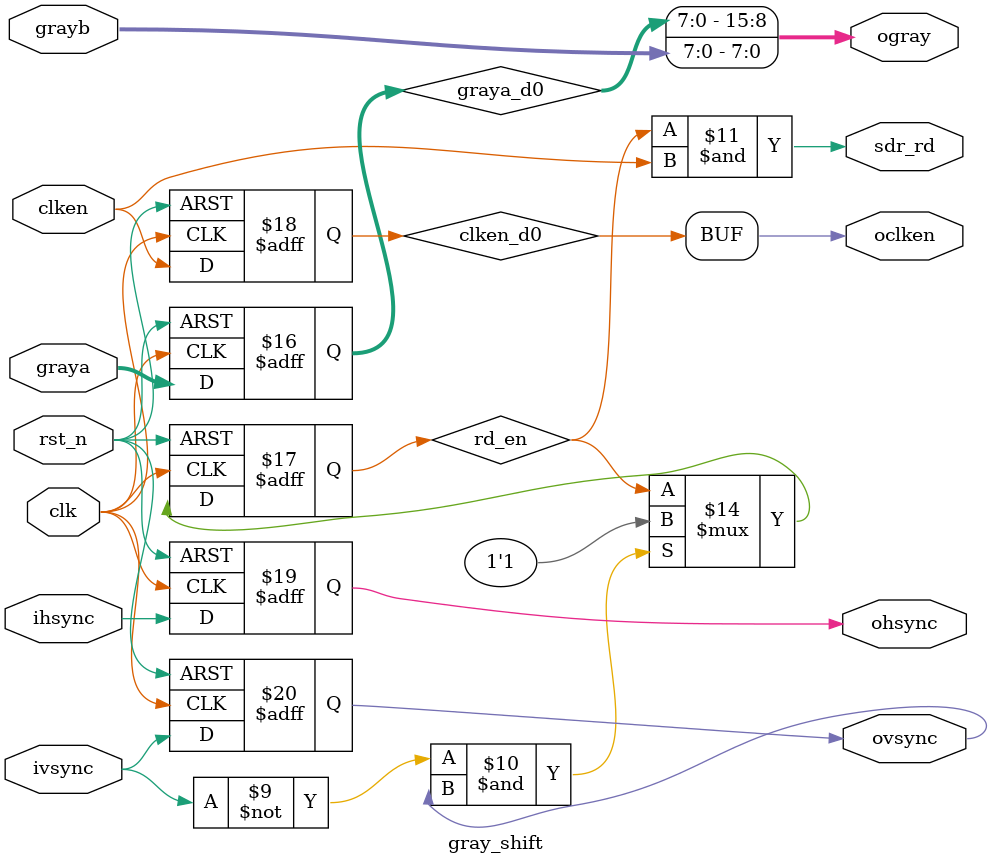
<source format=v>
`timescale 1 ps/ 1 ps

module gray_shift( 
    input               clk     , 
    input               rst_n   , 
    input               clken   , 
    input               ivsync  , 
    input               ihsync  , 
    input       [7:0]   graya   ,   // next frame
    input       [7:0]   grayb   ,   // before frame
    output              sdr_rd  ,   //延时一帧的使能信号
    output      [15:0]  ogray   ,   //延时一帧的灰度信号
    output  reg         ovsync  ,
    output  reg         ohsync  ,
    output              oclken             
) ; 
 
always@(posedge clk or negedge rst_n) begin 
    if ( !rst_n) 
        ovsync <= 1'b0; 
    else 
        ovsync <=  ivsync; 
end 
 
always@(posedge clk or negedge rst_n) begin 
    if ( !rst_n) 
        ohsync <= 1'b0; 
    else 
        ohsync <= ihsync; 
end 


reg clken_d0; 
always@(posedge clk or negedge rst_n) begin 
    if ( !rst_n) 
        clken_d0 <= 1'b0; 
    else 
        clken_d0 <= clken; 
end 

reg rd_en; 
always@(posedge clk or negedge rst_n) begin 
    if ( !rst_n) 
        rd_en <= 1'b0; 
    else if(~ivsync & ovsync) 
        rd_en <= 1'b1; 
end 
 
assign sdr_rd = rd_en & clken; 
reg [ 7:0] graya_d0; 
always@(posedge clk or negedge rst_n) begin 
    if ( !rst_n) 
        graya_d0 <= 1'b0; 
    else 
        graya_d0 <= graya; 
end 

assign oclken = clken_d0  ;
assign ogray  = {graya_d0, grayb} ;

endmodule 

</source>
